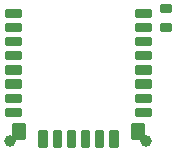
<source format=gtp>
G75*
%MOIN*%
%OFA0B0*%
%FSLAX25Y25*%
%IPPOS*%
%LPD*%
%AMOC8*
5,1,8,0,0,1.08239X$1,22.5*
%
%ADD10C,0.01732*%
%ADD11C,0.03937*%
%ADD12C,0.01748*%
D10*
X-0012520Y0120551D02*
X-0011102Y0120551D01*
X-0012520Y0120551D02*
X-0012520Y0124725D01*
X-0011102Y0124725D01*
X-0011102Y0120551D01*
X-0011102Y0122282D02*
X-0012520Y0122282D01*
X-0012520Y0124013D02*
X-0011102Y0124013D01*
X-0007796Y0120551D02*
X-0006378Y0120551D01*
X-0007796Y0120551D02*
X-0007796Y0124725D01*
X-0006378Y0124725D01*
X-0006378Y0120551D01*
X-0006378Y0122282D02*
X-0007796Y0122282D01*
X-0007796Y0124013D02*
X-0006378Y0124013D01*
X-0003071Y0120551D02*
X-0001653Y0120551D01*
X-0003071Y0120551D02*
X-0003071Y0124725D01*
X-0001653Y0124725D01*
X-0001653Y0120551D01*
X-0001653Y0122282D02*
X-0003071Y0122282D01*
X-0003071Y0124013D02*
X-0001653Y0124013D01*
X0001653Y0120551D02*
X0003071Y0120551D01*
X0001653Y0120551D02*
X0001653Y0124725D01*
X0003071Y0124725D01*
X0003071Y0120551D01*
X0003071Y0122282D02*
X0001653Y0122282D01*
X0001653Y0124013D02*
X0003071Y0124013D01*
X0006378Y0120551D02*
X0007796Y0120551D01*
X0006378Y0120551D02*
X0006378Y0124725D01*
X0007796Y0124725D01*
X0007796Y0120551D01*
X0007796Y0122282D02*
X0006378Y0122282D01*
X0006378Y0124013D02*
X0007796Y0124013D01*
X0011102Y0120551D02*
X0012520Y0120551D01*
X0011102Y0120551D02*
X0011102Y0124725D01*
X0012520Y0124725D01*
X0012520Y0120551D01*
X0012520Y0122282D02*
X0011102Y0122282D01*
X0011102Y0124013D02*
X0012520Y0124013D01*
X0019567Y0130787D02*
X0019567Y0132205D01*
X0023741Y0132205D01*
X0023741Y0130787D01*
X0019567Y0130787D01*
X0019567Y0135511D02*
X0019567Y0136929D01*
X0023741Y0136929D01*
X0023741Y0135511D01*
X0019567Y0135511D01*
X0019567Y0140236D02*
X0019567Y0141654D01*
X0023741Y0141654D01*
X0023741Y0140236D01*
X0019567Y0140236D01*
X0019567Y0144960D02*
X0019567Y0146378D01*
X0023741Y0146378D01*
X0023741Y0144960D01*
X0019567Y0144960D01*
X0019567Y0149685D02*
X0019567Y0151103D01*
X0023741Y0151103D01*
X0023741Y0149685D01*
X0019567Y0149685D01*
X0019567Y0154409D02*
X0019567Y0155827D01*
X0023741Y0155827D01*
X0023741Y0154409D01*
X0019567Y0154409D01*
X0019567Y0159134D02*
X0019567Y0160552D01*
X0023741Y0160552D01*
X0023741Y0159134D01*
X0019567Y0159134D01*
X0019567Y0163858D02*
X0019567Y0165276D01*
X0023741Y0165276D01*
X0023741Y0163858D01*
X0019567Y0163858D01*
X0030236Y0165433D02*
X0030236Y0166851D01*
X0030236Y0165433D02*
X0028032Y0165433D01*
X0028032Y0166851D01*
X0030236Y0166851D01*
X0030236Y0160552D02*
X0030236Y0159134D01*
X0028032Y0159134D01*
X0028032Y0160552D01*
X0030236Y0160552D01*
X-0023741Y0160552D02*
X-0023741Y0159134D01*
X-0023741Y0160552D02*
X-0019567Y0160552D01*
X-0019567Y0159134D01*
X-0023741Y0159134D01*
X-0023741Y0155827D02*
X-0023741Y0154409D01*
X-0023741Y0155827D02*
X-0019567Y0155827D01*
X-0019567Y0154409D01*
X-0023741Y0154409D01*
X-0023741Y0151103D02*
X-0023741Y0149685D01*
X-0023741Y0151103D02*
X-0019567Y0151103D01*
X-0019567Y0149685D01*
X-0023741Y0149685D01*
X-0023741Y0146378D02*
X-0023741Y0144960D01*
X-0023741Y0146378D02*
X-0019567Y0146378D01*
X-0019567Y0144960D01*
X-0023741Y0144960D01*
X-0023741Y0141654D02*
X-0023741Y0140236D01*
X-0023741Y0141654D02*
X-0019567Y0141654D01*
X-0019567Y0140236D01*
X-0023741Y0140236D01*
X-0023741Y0136929D02*
X-0023741Y0135511D01*
X-0023741Y0136929D02*
X-0019567Y0136929D01*
X-0019567Y0135511D01*
X-0023741Y0135511D01*
X-0023741Y0132205D02*
X-0023741Y0130787D01*
X-0023741Y0132205D02*
X-0019567Y0132205D01*
X-0019567Y0130787D01*
X-0023741Y0130787D01*
X-0023741Y0163858D02*
X-0023741Y0165276D01*
X-0019567Y0165276D01*
X-0019567Y0163858D01*
X-0023741Y0163858D01*
D11*
X-0022638Y0121654D03*
X0022638Y0121654D03*
D12*
X0018197Y0123118D02*
X0018197Y0127276D01*
X0021173Y0127276D01*
X0021173Y0123118D01*
X0018197Y0123118D01*
X0018197Y0124865D02*
X0021173Y0124865D01*
X0021173Y0126612D02*
X0018197Y0126612D01*
X-0021173Y0127276D02*
X-0021173Y0123118D01*
X-0021173Y0127276D02*
X-0018197Y0127276D01*
X-0018197Y0123118D01*
X-0021173Y0123118D01*
X-0021173Y0124865D02*
X-0018197Y0124865D01*
X-0018197Y0126612D02*
X-0021173Y0126612D01*
M02*

</source>
